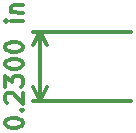
<source format=gbo>
G04 #@! TF.GenerationSoftware,KiCad,Pcbnew,5.0.2-bee76a0~70~ubuntu18.04.1*
G04 #@! TF.CreationDate,2019-02-13T21:41:43-05:00*
G04 #@! TF.ProjectId,Brakelight_Shutdown_BSPD,4272616b-656c-4696-9768-745f53687574,rev?*
G04 #@! TF.SameCoordinates,Original*
G04 #@! TF.FileFunction,Legend,Bot*
G04 #@! TF.FilePolarity,Positive*
%FSLAX46Y46*%
G04 Gerber Fmt 4.6, Leading zero omitted, Abs format (unit mm)*
G04 Created by KiCad (PCBNEW 5.0.2-bee76a0~70~ubuntu18.04.1) date Wed 13 Feb 2019 09:41:43 PM EST*
%MOMM*%
%LPD*%
G01*
G04 APERTURE LIST*
%ADD10C,0.300000*%
G04 APERTURE END LIST*
D10*
X154897711Y-72385213D02*
X154898332Y-72242357D01*
X154970381Y-72099812D01*
X155042119Y-72028695D01*
X155185286Y-71957888D01*
X155471308Y-71887702D01*
X155828447Y-71889255D01*
X156113848Y-71961925D01*
X156256393Y-72033974D01*
X156327511Y-72105713D01*
X156398318Y-72248879D01*
X156397696Y-72391735D01*
X156325647Y-72534280D01*
X156253909Y-72605397D01*
X156110743Y-72676204D01*
X155824720Y-72746390D01*
X155467581Y-72744837D01*
X155182180Y-72672167D01*
X155039635Y-72600118D01*
X154968517Y-72528379D01*
X154897711Y-72385213D01*
X156259810Y-71248267D02*
X156331548Y-71177150D01*
X156402665Y-71248888D01*
X156330927Y-71320006D01*
X156259810Y-71248267D01*
X156402665Y-71248888D01*
X155048330Y-70600137D02*
X154977213Y-70528398D01*
X154906406Y-70385232D01*
X154907959Y-70028092D01*
X154980008Y-69885547D01*
X155051746Y-69814430D01*
X155194913Y-69743623D01*
X155337769Y-69744244D01*
X155551742Y-69816604D01*
X156405150Y-70677465D01*
X156409187Y-69748903D01*
X154911375Y-69242386D02*
X154915412Y-68313823D01*
X155484662Y-68816303D01*
X155485593Y-68602019D01*
X155557642Y-68459474D01*
X155629381Y-68388356D01*
X155772547Y-68317550D01*
X156129687Y-68319102D01*
X156272232Y-68391151D01*
X156343349Y-68462890D01*
X156414156Y-68606056D01*
X156412293Y-69034624D01*
X156340244Y-69177169D01*
X156268505Y-69248286D01*
X154919450Y-67385260D02*
X154920071Y-67242404D01*
X154992120Y-67099859D01*
X155063858Y-67028742D01*
X155207024Y-66957935D01*
X155493047Y-66887749D01*
X155850186Y-66889302D01*
X156135587Y-66961972D01*
X156278132Y-67034021D01*
X156349250Y-67105760D01*
X156420056Y-67248926D01*
X156419435Y-67391782D01*
X156347386Y-67534327D01*
X156275648Y-67605445D01*
X156132482Y-67676251D01*
X155846459Y-67746437D01*
X155489320Y-67744884D01*
X155203919Y-67672214D01*
X155061374Y-67600165D01*
X154990256Y-67528427D01*
X154919450Y-67385260D01*
X154925661Y-65956702D02*
X154926282Y-65813847D01*
X154998331Y-65671301D01*
X155070069Y-65600184D01*
X155213236Y-65529377D01*
X155499258Y-65459192D01*
X155856397Y-65460744D01*
X156141798Y-65533414D01*
X156284343Y-65605463D01*
X156355461Y-65677202D01*
X156426268Y-65820368D01*
X156425646Y-65963224D01*
X156353597Y-66105769D01*
X156281859Y-66176887D01*
X156138693Y-66247693D01*
X155852671Y-66317879D01*
X155495531Y-66316326D01*
X155210130Y-66243656D01*
X155067585Y-66171607D01*
X154996467Y-66099869D01*
X154925661Y-65956702D01*
X156435584Y-63677531D02*
X155435594Y-63673184D01*
X154935598Y-63671010D02*
X155006716Y-63742748D01*
X155078454Y-63671631D01*
X155007337Y-63599892D01*
X154935598Y-63671010D01*
X155078454Y-63671631D01*
X155438699Y-62958905D02*
X156438690Y-62963252D01*
X155581555Y-62959526D02*
X155510438Y-62887787D01*
X155439631Y-62744621D01*
X155440563Y-62530337D01*
X155512612Y-62387792D01*
X155655778Y-62316985D01*
X156441485Y-62320401D01*
X157853085Y-64584104D02*
X157827685Y-70426104D01*
X165557200Y-64617600D02*
X157266670Y-64581554D01*
X165531800Y-70459600D02*
X157241270Y-70423554D01*
X157827685Y-70426104D02*
X157246168Y-69297061D01*
X157827685Y-70426104D02*
X158418998Y-69302161D01*
X157853085Y-64584104D02*
X157261772Y-65708047D01*
X157853085Y-64584104D02*
X158434602Y-65713147D01*
M02*

</source>
